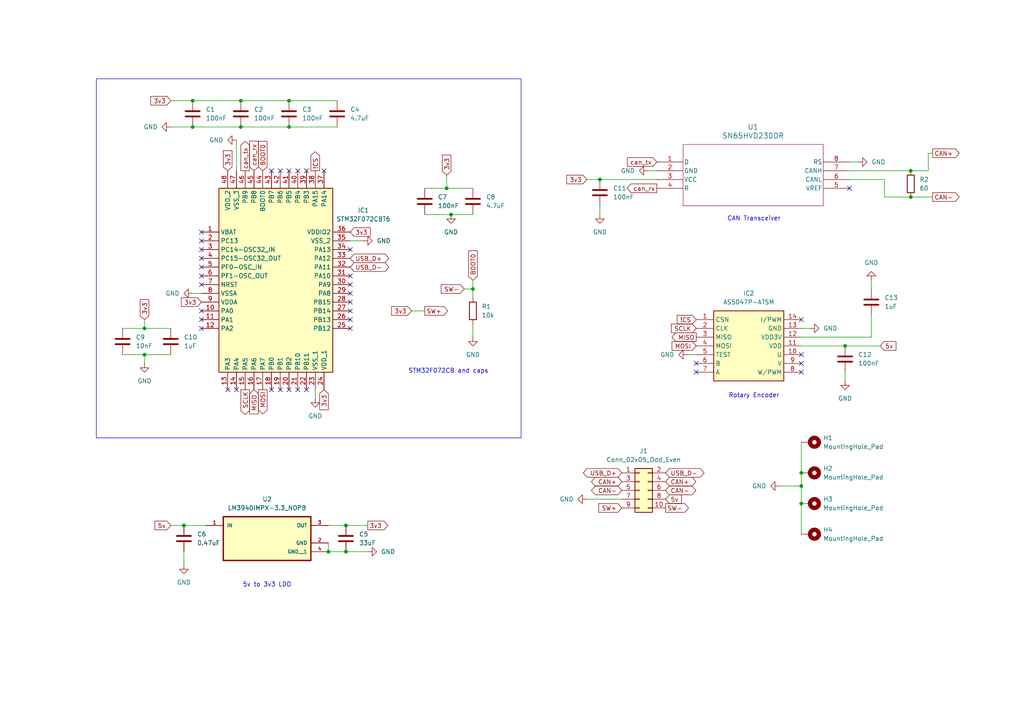
<source format=kicad_sch>
(kicad_sch (version 20250114) (generator "eeschema") (generator_version "9.0")
  (paper "A4")
  (lib_symbols
    (symbol "05-can_encoder:AS5047P-ATSM"
      (property "Reference" "IC" (at 26.67 7.62 0))
      (property "Value" "AS5047P-ATSM" (at 26.67 5.08 0))
      (symbol "AS5047P-ATSM_1_1"
        (rectangle (start 5.08 2.54) (end 25.4 -17.78) (stroke (width 0.254)) (fill (type background)))
        (pin passive line (at 0 0 0) (length 5.08) (name "CSN") (number "1"))
        (pin passive line (at 0 -2.54 0) (length 5.08) (name "CLK") (number "2"))
        (pin passive line (at 0 -5.08 0) (length 5.08) (name "MISO") (number "3"))
        (pin passive line (at 0 -7.62 0) (length 5.08) (name "MOSI") (number "4"))
        (pin passive line (at 0 -10.16 0) (length 5.08) (name "TEST") (number "5"))
        (pin passive line (at 0 -12.7 0) (length 5.08) (name "B") (number "6"))
        (pin passive line (at 0 -15.24 0) (length 5.08) (name "A") (number "7"))
        (pin passive line (at 30.48 0 180) (length 5.08) (name "I/PWM") (number "14"))
        (pin passive line (at 30.48 -2.54 180) (length 5.08) (name "GND") (number "13"))
        (pin passive line (at 30.48 -5.08 180) (length 5.08) (name "VDD3V") (number "12"))
        (pin passive line (at 30.48 -7.62 180) (length 5.08) (name "VDD") (number "11"))
        (pin passive line (at 30.48 -10.16 180) (length 5.08) (name "U") (number "10"))
        (pin passive line (at 30.48 -12.7 180) (length 5.08) (name "V") (number "9"))
        (pin passive line (at 30.48 -15.24 180) (length 5.08) (name "W/PWM") (number "8"))
      )
    )
    (symbol "05-can_encoder:LM3940IMPX-3.3_NOPB" (pin_names (offset 1.016))
      (property "Reference" "U" (at -12.7 6.08 0))
      (property "Value" "LM3940IMPX-3.3_NOPB" (at -12.7 -11.62 0))
      (symbol "LM3940IMPX-3.3_NOPB_0_0"
        (rectangle (start -12.7 -7.62) (end 12.7 5.08) (stroke (width 0.41)) (fill (type background)))
        (pin input line (at -17.78 2.54 0) (length 5.08) (name "IN") (number "1"))
        (pin output line (at 17.78 2.54 180) (length 5.08) (name "OUT") (number "3"))
        (pin power_in line (at 17.78 -2.54 180) (length 5.08) (name "GND") (number "2"))
        (pin power_in line (at 17.78 -5.08 180) (length 5.08) (name "GND__1") (number "4"))
      )
    )
    (symbol "05-can_encoder:SN65HVD230DR" (pin_names (offset 0.254))
      (property "Reference" "U" (at 27.94 10.16 0))
      (property "Value" "SN65HVD230DR" (at 27.94 7.62 0))
      (symbol "SN65HVD230DR_0_1"
        (polyline (pts (xy 7.62 5.08) (xy 7.62 -12.7)) (stroke (width 0.127)))
        (polyline (pts (xy 7.62 -12.7) (xy 48.26 -12.7)) (stroke (width 0.127)))
        (polyline (pts (xy 48.26 5.08) (xy 7.62 5.08)) (stroke (width 0.127)))
        (polyline (pts (xy 48.26 -12.7) (xy 48.26 5.08)) (stroke (width 0.127)))
        (pin input line (at 0 0 0) (length 7.62) (name "D") (number "1"))
        (pin power_in line (at 0 -2.54 0) (length 7.62) (name "GND") (number "2"))
        (pin power_in line (at 0 -5.08 0) (length 7.62) (name "VCC") (number "3"))
        (pin input line (at 0 -7.62 0) (length 7.62) (name "R") (number "4"))
        (pin input line (at 55.88 0 180) (length 7.62) (name "RS") (number "8"))
        (pin output line (at 55.88 -2.54 180) (length 7.62) (name "CANH") (number "7"))
        (pin output line (at 55.88 -5.08 180) (length 7.62) (name "CANL") (number "6"))
        (pin power_in line (at 55.88 -7.62 180) (length 7.62) (name "VREF") (number "5"))
      )
    )
    (symbol "05-can_encoder:STM32F072CBT6"
      (property "Reference" "IC" (at 39.37 17.78 0))
      (property "Value" "STM32F072CBT6" (at 39.37 15.24 0))
      (symbol "STM32F072CBT6_1_1"
        (rectangle (start 5.08 12.7) (end 38.1 -40.64) (stroke (width 0.254)) (fill (type background)))
        (pin passive line (at 0 0 0) (length 5.08) (name "VBAT") (number "1"))
        (pin passive line (at 0 -2.54 0) (length 5.08) (name "PC13") (number "2"))
        (pin passive line (at 0 -5.08 0) (length 5.08) (name "PC14-OSC32_IN") (number "3"))
        (pin passive line (at 0 -7.62 0) (length 5.08) (name "PC15-OSC32_OUT") (number "4"))
        (pin passive line (at 0 -10.16 0) (length 5.08) (name "PF0-OSC_IN") (number "5"))
        (pin passive line (at 0 -12.7 0) (length 5.08) (name "PF1-OSC_OUT") (number "6"))
        (pin passive line (at 0 -15.24 0) (length 5.08) (name "NRST") (number "7"))
        (pin passive line (at 0 -17.78 0) (length 5.08) (name "VSSA") (number "8"))
        (pin passive line (at 0 -20.32 0) (length 5.08) (name "VDDA") (number "9"))
        (pin passive line (at 0 -22.86 0) (length 5.08) (name "PA0") (number "10"))
        (pin passive line (at 0 -25.4 0) (length 5.08) (name "PA1") (number "11"))
        (pin passive line (at 0 -27.94 0) (length 5.08) (name "PA2") (number "12"))
        (pin passive line (at 7.62 17.78 270) (length 5.08) (name "VDD_2") (number "48"))
        (pin passive line (at 7.62 -45.72 90) (length 5.08) (name "PA3") (number "13"))
        (pin passive line (at 10.16 17.78 270) (length 5.08) (name "VSS_3") (number "47"))
        (pin passive line (at 10.16 -45.72 90) (length 5.08) (name "PA4") (number "14"))
        (pin passive line (at 12.7 17.78 270) (length 5.08) (name "PB9") (number "46"))
        (pin passive line (at 12.7 -45.72 90) (length 5.08) (name "PA5") (number "15"))
        (pin passive line (at 15.24 17.78 270) (length 5.08) (name "PB8") (number "45"))
        (pin passive line (at 15.24 -45.72 90) (length 5.08) (name "PA6") (number "16"))
        (pin passive line (at 17.78 17.78 270) (length 5.08) (name "BOOT0") (number "44"))
        (pin passive line (at 17.78 -45.72 90) (length 5.08) (name "PA7") (number "17"))
        (pin passive line (at 20.32 17.78 270) (length 5.08) (name "PB7") (number "43"))
        (pin passive line (at 20.32 -45.72 90) (length 5.08) (name "PB0") (number "18"))
        (pin passive line (at 22.86 17.78 270) (length 5.08) (name "PB6") (number "42"))
        (pin passive line (at 22.86 -45.72 90) (length 5.08) (name "PB1") (number "19"))
        (pin passive line (at 25.4 17.78 270) (length 5.08) (name "PB5") (number "41"))
        (pin passive line (at 25.4 -45.72 90) (length 5.08) (name "PB2") (number "20"))
        (pin passive line (at 27.94 17.78 270) (length 5.08) (name "PB4") (number "40"))
        (pin passive line (at 27.94 -45.72 90) (length 5.08) (name "PB10") (number "21"))
        (pin passive line (at 30.48 17.78 270) (length 5.08) (name "PB3") (number "39"))
        (pin passive line (at 30.48 -45.72 90) (length 5.08) (name "PB11") (number "22"))
        (pin passive line (at 33.02 17.78 270) (length 5.08) (name "PA15") (number "38"))
        (pin passive line (at 33.02 -45.72 90) (length 5.08) (name "VSS_1") (number "23"))
        (pin passive line (at 35.56 17.78 270) (length 5.08) (name "PA14") (number "37"))
        (pin passive line (at 35.56 -45.72 90) (length 5.08) (name "VDD_1") (number "24"))
        (pin passive line (at 43.18 0 180) (length 5.08) (name "VDDIO2") (number "36"))
        (pin passive line (at 43.18 -2.54 180) (length 5.08) (name "VSS_2") (number "35"))
        (pin passive line (at 43.18 -5.08 180) (length 5.08) (name "PA13") (number "34"))
        (pin passive line (at 43.18 -7.62 180) (length 5.08) (name "PA12") (number "33"))
        (pin passive line (at 43.18 -10.16 180) (length 5.08) (name "PA11") (number "32"))
        (pin passive line (at 43.18 -12.7 180) (length 5.08) (name "PA10") (number "31"))
        (pin passive line (at 43.18 -15.24 180) (length 5.08) (name "PA9") (number "30"))
        (pin passive line (at 43.18 -17.78 180) (length 5.08) (name "PA8") (number "29"))
        (pin passive line (at 43.18 -20.32 180) (length 5.08) (name "PB15") (number "28"))
        (pin passive line (at 43.18 -22.86 180) (length 5.08) (name "PB14") (number "27"))
        (pin passive line (at 43.18 -25.4 180) (length 5.08) (name "PB13") (number "26"))
        (pin passive line (at 43.18 -27.94 180) (length 5.08) (name "PB12") (number "25"))
      )
    )
    (symbol "Connector_Generic:Conn_02x05_Odd_Even" (pin_names (offset 1.016) (hide yes))
      (property "Reference" "J" (at 1.27 7.62 0))
      (property "Value" "Conn_02x05_Odd_Even" (at 1.27 -7.62 0))
      (symbol "Conn_02x05_Odd_Even_1_1"
        (rectangle (start -1.27 6.35) (end 3.81 -6.35) (stroke (width 0.254)) (fill (type background)))
        (rectangle (start -1.27 5.207) (end 0 4.953) (stroke (width 0.1524)))
        (rectangle (start -1.27 2.667) (end 0 2.413) (stroke (width 0.1524)))
        (rectangle (start -1.27 0.127) (end 0 -0.127) (stroke (width 0.1524)))
        (rectangle (start -1.27 -2.413) (end 0 -2.667) (stroke (width 0.1524)))
        (rectangle (start -1.27 -4.953) (end 0 -5.207) (stroke (width 0.1524)))
        (rectangle (start 3.81 5.207) (end 2.54 4.953) (stroke (width 0.1524)))
        (rectangle (start 3.81 2.667) (end 2.54 2.413) (stroke (width 0.1524)))
        (rectangle (start 3.81 0.127) (end 2.54 -0.127) (stroke (width 0.1524)))
        (rectangle (start 3.81 -2.413) (end 2.54 -2.667) (stroke (width 0.1524)))
        (rectangle (start 3.81 -4.953) (end 2.54 -5.207) (stroke (width 0.1524)))
        (pin passive line (at -5.08 5.08 0) (length 3.81) (name "Pin_1") (number "1"))
        (pin passive line (at -5.08 2.54 0) (length 3.81) (name "Pin_3") (number "3"))
        (pin passive line (at -5.08 0 0) (length 3.81) (name "Pin_5") (number "5"))
        (pin passive line (at -5.08 -2.54 0) (length 3.81) (name "Pin_7") (number "7"))
        (pin passive line (at -5.08 -5.08 0) (length 3.81) (name "Pin_9") (number "9"))
        (pin passive line (at 7.62 5.08 180) (length 3.81) (name "Pin_2") (number "2"))
        (pin passive line (at 7.62 2.54 180) (length 3.81) (name "Pin_4") (number "4"))
        (pin passive line (at 7.62 0 180) (length 3.81) (name "Pin_6") (number "6"))
        (pin passive line (at 7.62 -2.54 180) (length 3.81) (name "Pin_8") (number "8"))
        (pin passive line (at 7.62 -5.08 180) (length 3.81) (name "Pin_10") (number "10"))
      )
    )
    (symbol "Device:C" (pin_numbers (hide yes)) (pin_names (offset 0.254))
      (property "Reference" "C" (at 0.635 2.54 0))
      (property "Value" "C" (at 0.635 -2.54 0))
      (symbol "C_0_1"
        (polyline (pts (xy -2.032 0.762) (xy 2.032 0.762)) (stroke (width 0.508)))
        (polyline (pts (xy -2.032 -0.762) (xy 2.032 -0.762)) (stroke (width 0.508)))
      )
      (symbol "C_1_1"
        (pin passive line (at 0 3.81 270) (length 2.794) (name "~") (number "1"))
        (pin passive line (at 0 -3.81 90) (length 2.794) (name "~") (number "2"))
      )
    )
    (symbol "Device:R" (pin_numbers (hide yes)) (pin_names (offset 0))
      (property "Reference" "R" (at 2.032 0 90))
      (property "Value" "R" (at 0 0 90))
      (symbol "R_0_1"
        (rectangle (start -1.016 -2.54) (end 1.016 2.54) (stroke (width 0.254)))
      )
      (symbol "R_1_1"
        (pin passive line (at 0 3.81 270) (length 1.27) (name "~") (number "1"))
        (pin passive line (at 0 -3.81 90) (length 1.27) (name "~") (number "2"))
      )
    )
    (symbol "Mechanical:MountingHole_Pad" (pin_numbers (hide yes)) (pin_names (offset 1.016) (hide yes)) (in_bom no)
      (property "Reference" "H" (at 0 6.35 0))
      (property "Value" "MountingHole_Pad" (at 0 4.445 0))
      (symbol "MountingHole_Pad_0_1"
        (circle (center 0 1.27) (radius 1.27) (stroke (width 1.27)))
      )
      (symbol "MountingHole_Pad_1_1"
        (pin input line (at 0 -2.54 90) (length 2.54) (name "1") (number "1"))
      )
    )
    (symbol "power:GND" (power) (pin_numbers (hide yes)) (pin_names (offset 0) (hide yes))
      (property "Value" "GND" (at 0 -3.81 0))
      (symbol "GND_0_1"
        (polyline (pts (xy 0 0) (xy 0 -1.27) (xy 1.27 -1.27) (xy 0 -2.54) (xy -1.27 -1.27) (xy 0 -1.27)))
      )
      (symbol "GND_1_1"
        (pin power_in line (at 0 0 270) (length 0) (name "~") (number "1"))
      )
    )
  )
  (rectangle (start 27.94 22.86) (end 151.13 127))
  (text "5v to 3v3 LDO" (at 77.47 169.672 0) (effects (font (size 1.27 1.27))))
  (text "Rotary Encoder" (at 218.694 114.808 0) (effects (font (size 1.27 1.27))))
  (text "STM32F072CB and caps" (at 130.048 107.696 0) (effects (font (size 1.27 1.27))))
  (text "CAN Transceiver" (at 218.694 63.5 0) (effects (font (size 1.27 1.27))))
  (junction (at 264.16 49.53))
  (junction (at 55.88 29.21))
  (junction (at 53.34 152.4))
  (junction (at 41.91 95.25))
  (junction (at 232.41 137.16))
  (junction (at 264.16 57.15))
  (junction (at 55.88 36.83))
  (junction (at 245.11 100.33))
  (junction (at 95.25 160.02))
  (junction (at 100.33 160.02))
  (junction (at 83.82 36.83))
  (junction (at 41.91 102.87))
  (junction (at 83.82 29.21))
  (junction (at 130.81 62.23))
  (junction (at 69.85 36.83))
  (junction (at 137.16 83.82))
  (junction (at 69.85 29.21))
  (junction (at 232.41 146.05))
  (junction (at 100.33 152.4))
  (junction (at 129.54 54.61))
  (junction (at 232.41 140.97))
  (junction (at 173.99 52.07))
  (no_connect (at 88.9 113.03))
  (no_connect (at 232.41 92.71))
  (no_connect (at 101.6 90.17))
  (no_connect (at 246.38 54.61))
  (no_connect (at 101.6 92.71))
  (no_connect (at 81.28 113.03))
  (no_connect (at 58.42 90.17))
  (no_connect (at 58.42 77.47))
  (no_connect (at 101.6 85.09))
  (no_connect (at 58.42 69.85))
  (no_connect (at 232.41 102.87))
  (no_connect (at 81.28 49.53))
  (no_connect (at 86.36 113.03))
  (no_connect (at 78.74 113.03))
  (no_connect (at 201.93 107.95))
  (no_connect (at 58.42 72.39))
  (no_connect (at 58.42 74.93))
  (no_connect (at 83.82 113.03))
  (no_connect (at 101.6 80.01))
  (no_connect (at 232.41 105.41))
  (no_connect (at 201.93 105.41))
  (no_connect (at 232.41 107.95))
  (no_connect (at 88.9 49.53))
  (no_connect (at 68.58 113.03))
  (no_connect (at 58.42 80.01))
  (no_connect (at 66.04 113.03))
  (no_connect (at 58.42 67.31))
  (no_connect (at 101.6 82.55))
  (no_connect (at 83.82 49.53))
  (no_connect (at 101.6 87.63))
  (no_connect (at 101.6 95.25))
  (no_connect (at 86.36 49.53))
  (no_connect (at 101.6 72.39))
  (no_connect (at 78.74 49.53))
  (no_connect (at 93.98 49.53))
  (no_connect (at 58.42 82.55))
  (no_connect (at 58.42 92.71))
  (no_connect (at 58.42 95.25))
  (wire (pts (xy 100.33 152.4) (xy 106.68 152.4)))
  (wire (pts (xy 123.19 54.61) (xy 129.54 54.61)))
  (wire (pts (xy 41.91 95.25) (xy 49.53 95.25)))
  (wire (pts (xy 232.41 95.25) (xy 234.95 95.25)))
  (wire (pts (xy 49.53 152.4) (xy 53.34 152.4)))
  (wire (pts (xy 41.91 92.71) (xy 41.91 95.25)))
  (wire (pts (xy 256.54 52.07) (xy 246.38 52.07)))
  (wire (pts (xy 130.81 62.23) (xy 137.16 62.23)))
  (wire (pts (xy 100.33 160.02) (xy 106.68 160.02)))
  (wire (pts (xy 119.38 90.17) (xy 123.19 90.17)))
  (wire (pts (xy 41.91 102.87) (xy 49.53 102.87)))
  (wire (pts (xy 269.24 44.45) (xy 269.24 49.53)))
  (wire (pts (xy 270.51 44.45) (xy 269.24 44.45)))
  (wire (pts (xy 187.96 49.53) (xy 190.5 49.53)))
  (wire (pts (xy 264.16 49.53) (xy 246.38 49.53)))
  (wire (pts (xy 69.85 36.83) (xy 83.82 36.83)))
  (wire (pts (xy 256.54 57.15) (xy 256.54 52.07)))
  (wire (pts (xy 137.16 93.98) (xy 137.16 97.79)))
  (wire (pts (xy 95.25 152.4) (xy 100.33 152.4)))
  (wire (pts (xy 264.16 57.15) (xy 256.54 57.15)))
  (wire (pts (xy 226.06 140.97) (xy 232.41 140.97)))
  (wire (pts (xy 95.25 160.02) (xy 100.33 160.02)))
  (wire (pts (xy 35.56 102.87) (xy 41.91 102.87)))
  (wire (pts (xy 232.41 140.97) (xy 232.41 146.05)))
  (wire (pts (xy 255.27 100.33) (xy 245.11 100.33)))
  (wire (pts (xy 170.18 52.07) (xy 173.99 52.07)))
  (wire (pts (xy 269.24 49.53) (xy 264.16 49.53)))
  (wire (pts (xy 252.73 83.82) (xy 252.73 81.28)))
  (wire (pts (xy 170.18 144.78) (xy 180.34 144.78)))
  (wire (pts (xy 35.56 95.25) (xy 41.91 95.25)))
  (wire (pts (xy 232.41 137.16) (xy 232.41 140.97)))
  (wire (pts (xy 68.58 40.64) (xy 68.58 49.53)))
  (wire (pts (xy 123.19 62.23) (xy 130.81 62.23)))
  (wire (pts (xy 101.6 69.85) (xy 105.41 69.85)))
  (wire (pts (xy 55.88 29.21) (xy 69.85 29.21)))
  (wire (pts (xy 245.11 107.95) (xy 245.11 110.49)))
  (wire (pts (xy 137.16 81.28) (xy 137.16 83.82)))
  (wire (pts (xy 95.25 157.48) (xy 95.25 160.02)))
  (wire (pts (xy 129.54 50.8) (xy 129.54 54.61)))
  (wire (pts (xy 91.44 113.03) (xy 91.44 115.57)))
  (wire (pts (xy 49.53 36.83) (xy 55.88 36.83)))
  (wire (pts (xy 245.11 100.33) (xy 232.41 100.33)))
  (wire (pts (xy 248.92 46.99) (xy 246.38 46.99)))
  (wire (pts (xy 129.54 54.61) (xy 137.16 54.61)))
  (wire (pts (xy 173.99 59.69) (xy 173.99 62.23)))
  (wire (pts (xy 53.34 160.02) (xy 53.34 163.83)))
  (wire (pts (xy 252.73 91.44) (xy 252.73 97.79)))
  (wire (pts (xy 83.82 29.21) (xy 97.79 29.21)))
  (wire (pts (xy 69.85 29.21) (xy 83.82 29.21)))
  (wire (pts (xy 134.62 83.82) (xy 137.16 83.82)))
  (wire (pts (xy 232.41 128.27) (xy 232.41 137.16)))
  (wire (pts (xy 49.53 29.21) (xy 55.88 29.21)))
  (wire (pts (xy 232.41 146.05) (xy 232.41 154.94)))
  (wire (pts (xy 137.16 83.82) (xy 137.16 86.36)))
  (wire (pts (xy 201.93 102.87) (xy 199.39 102.87)))
  (wire (pts (xy 173.99 52.07) (xy 190.5 52.07)))
  (wire (pts (xy 55.88 85.09) (xy 58.42 85.09)))
  (wire (pts (xy 270.51 57.15) (xy 264.16 57.15)))
  (wire (pts (xy 55.88 36.83) (xy 69.85 36.83)))
  (wire (pts (xy 53.34 152.4) (xy 59.69 152.4)))
  (wire (pts (xy 41.91 102.87) (xy 41.91 105.41)))
  (wire (pts (xy 83.82 36.83) (xy 97.79 36.83)))
  (wire (pts (xy 232.41 97.79) (xy 252.73 97.79)))
  (global_label "SW-" (shape input) (at 134.62 83.82 180) (property "Intersheetrefs" "${INTERSHEET_REFS}" (effects (hide yes))))
  (global_label "SW-" (shape output) (at 193.04 147.32 0) (property "Intersheetrefs" "${INTERSHEET_REFS}" (effects (hide yes))))
  (global_label "USB_D+" (shape bidirectional) (at 180.34 137.16 180) (property "Intersheetrefs" "${INTERSHEET_REFS}" (effects (hide yes))))
  (global_label "CAN-" (shape output) (at 270.51 57.15 0) (property "Intersheetrefs" "${INTERSHEET_REFS}" (effects (hide yes))))
  (global_label "MOSI" (shape output) (at 76.2 113.03 270) (property "Intersheetrefs" "${INTERSHEET_REFS}" (effects (hide yes))))
  (global_label "USB_D-" (shape bidirectional) (at 193.04 137.16 0) (property "Intersheetrefs" "${INTERSHEET_REFS}" (effects (hide yes))))
  (global_label "3v3" (shape input) (at 58.42 87.63 180) (property "Intersheetrefs" "${INTERSHEET_REFS}" (effects (hide yes))))
  (global_label "3v3" (shape input) (at 119.38 90.17 180) (property "Intersheetrefs" "${INTERSHEET_REFS}" (effects (hide yes))))
  (global_label "BOOT0" (shape input) (at 137.16 81.28 90) (property "Intersheetrefs" "${INTERSHEET_REFS}" (effects (hide yes))))
  (global_label "CAN+" (shape output) (at 270.51 44.45 0) (property "Intersheetrefs" "${INTERSHEET_REFS}" (effects (hide yes))))
  (global_label "5v" (shape input) (at 255.27 100.33 0) (property "Intersheetrefs" "${INTERSHEET_REFS}" (effects (hide yes))))
  (global_label "3v3" (shape input) (at 129.54 50.8 90) (property "Intersheetrefs" "${INTERSHEET_REFS}" (effects (hide yes))))
  (global_label "!CS" (shape input) (at 201.93 92.71 180) (property "Intersheetrefs" "${INTERSHEET_REFS}" (effects (hide yes))))
  (global_label "SW+" (shape output) (at 123.19 90.17 0) (property "Intersheetrefs" "${INTERSHEET_REFS}" (effects (hide yes))))
  (global_label "3v3" (shape input) (at 49.53 29.21 180) (property "Intersheetrefs" "${INTERSHEET_REFS}" (effects (hide yes))))
  (global_label "USB_D+" (shape bidirectional) (at 101.6 74.93 0) (property "Intersheetrefs" "${INTERSHEET_REFS}" (effects (hide yes))))
  (global_label "CAN+" (shape bidirectional) (at 180.34 139.7 180) (property "Intersheetrefs" "${INTERSHEET_REFS}" (effects (hide yes))))
  (global_label "CAN-" (shape bidirectional) (at 180.34 142.24 180) (property "Intersheetrefs" "${INTERSHEET_REFS}" (effects (hide yes))))
  (global_label "CAN-" (shape bidirectional) (at 193.04 142.24 0) (property "Intersheetrefs" "${INTERSHEET_REFS}" (effects (hide yes))))
  (global_label "3v3" (shape output) (at 106.68 152.4 0) (property "Intersheetrefs" "${INTERSHEET_REFS}" (effects (hide yes))))
  (global_label "can_rx" (shape output) (at 190.5 54.61 180) (property "Intersheetrefs" "${INTERSHEET_REFS}" (effects (hide yes))))
  (global_label "3v3" (shape input) (at 101.6 67.31 0) (property "Intersheetrefs" "${INTERSHEET_REFS}" (effects (hide yes))))
  (global_label "5v" (shape input) (at 193.04 144.78 0) (property "Intersheetrefs" "${INTERSHEET_REFS}" (effects (hide yes))))
  (global_label "can_rx" (shape input) (at 73.66 49.53 90) (property "Intersheetrefs" "${INTERSHEET_REFS}" (effects (hide yes))))
  (global_label "can_tx" (shape output) (at 71.12 49.53 90) (property "Intersheetrefs" "${INTERSHEET_REFS}" (effects (hide yes))))
  (global_label "3v3" (shape input) (at 66.04 49.53 90) (property "Intersheetrefs" "${INTERSHEET_REFS}" (effects (hide yes))))
  (global_label "SW+" (shape input) (at 180.34 147.32 180) (property "Intersheetrefs" "${INTERSHEET_REFS}" (effects (hide yes))))
  (global_label "MISO" (shape input) (at 73.66 113.03 270) (property "Intersheetrefs" "${INTERSHEET_REFS}" (effects (hide yes))))
  (global_label "can_tx" (shape input) (at 190.5 46.99 180) (property "Intersheetrefs" "${INTERSHEET_REFS}" (effects (hide yes))))
  (global_label "SCLK" (shape output) (at 71.12 113.03 270) (property "Intersheetrefs" "${INTERSHEET_REFS}" (effects (hide yes))))
  (global_label "BOOT0" (shape input) (at 76.2 49.53 90) (property "Intersheetrefs" "${INTERSHEET_REFS}" (effects (hide yes))))
  (global_label "5v" (shape input) (at 49.53 152.4 180) (property "Intersheetrefs" "${INTERSHEET_REFS}" (effects (hide yes))))
  (global_label "3v3" (shape input) (at 170.18 52.07 180) (property "Intersheetrefs" "${INTERSHEET_REFS}" (effects (hide yes))))
  (global_label "USB_D-" (shape bidirectional) (at 101.6 77.47 0) (property "Intersheetrefs" "${INTERSHEET_REFS}" (effects (hide yes))))
  (global_label "CAN+" (shape bidirectional) (at 193.04 139.7 0) (property "Intersheetrefs" "${INTERSHEET_REFS}" (effects (hide yes))))
  (global_label "MOSI" (shape input) (at 201.93 100.33 180) (property "Intersheetrefs" "${INTERSHEET_REFS}" (effects (hide yes))))
  (global_label "MISO" (shape output) (at 201.93 97.79 180) (property "Intersheetrefs" "${INTERSHEET_REFS}" (effects (hide yes))))
  (global_label "3v3" (shape input) (at 41.91 92.71 90) (property "Intersheetrefs" "${INTERSHEET_REFS}" (effects (hide yes))))
  (global_label "!CS" (shape output) (at 91.44 49.53 90) (property "Intersheetrefs" "${INTERSHEET_REFS}" (effects (hide yes))))
  (global_label "SCLK" (shape input) (at 201.93 95.25 180) (property "Intersheetrefs" "${INTERSHEET_REFS}" (effects (hide yes))))
  (global_label "3v3" (shape input) (at 93.98 113.03 270) (property "Intersheetrefs" "${INTERSHEET_REFS}" (effects (hide yes))))
  (symbol (lib_id "power:GND") (at 137.16 97.79 0) (unit 1)
    (property "Reference" "#PWR019" (effects (hide yes)))
    (property "Value" "GND" (at 137.16 102.87 0))
    (property "Description" "Power symbol creates a global label with name \"GND\" , ground" (effects (hide yes)))
  )
  (symbol (lib_id "Device:C") (at 173.99 55.88 0) (unit 1)
    (property "Reference" "C11" (at 177.8 54.6099 0) (effects (justify left)))
    (property "Value" "100nF" (at 177.8 57.1499 0) (effects (justify left)))
    (property "Footprint" "Capacitor_SMD:C_0603_1608Metric" (effects (hide yes)))
    (property "Description" "Unpolarized capacitor" (effects (hide yes)))
  )
  (symbol (lib_id "Device:C") (at 69.85 33.02 0) (unit 1)
    (property "Reference" "C2" (at 73.66 31.7499 0) (effects (justify left)))
    (property "Value" "100nF" (at 73.66 34.2899 0) (effects (justify left)))
    (property "Footprint" "Capacitor_SMD:C_0603_1608Metric" (effects (hide yes)))
    (property "Description" "Unpolarized capacitor" (effects (hide yes)))
  )
  (symbol (lib_id "Device:R") (at 264.16 53.34 0) (unit 1)
    (property "Reference" "R2" (at 266.7 52.0699 0) (effects (justify left)))
    (property "Value" "60" (at 266.7 54.6099 0) (effects (justify left)))
    (property "Footprint" "Resistor_SMD:R_0603_1608Metric" (effects (hide yes)))
    (property "Description" "Resistor" (effects (hide yes)))
  )
  (symbol (lib_id "Device:C") (at 252.73 87.63 180) (unit 1)
    (property "Reference" "C13" (at 256.54 86.3599 0) (effects (justify right)))
    (property "Value" "1uF" (at 256.54 88.8999 0) (effects (justify right)))
    (property "Footprint" "Capacitor_SMD:C_0603_1608Metric" (effects (hide yes)))
    (property "Description" "Unpolarized capacitor" (effects (hide yes)))
  )
  (symbol (lib_id "power:GND") (at 226.06 140.97 270) (unit 1)
    (property "Reference" "#PWR011" (effects (hide yes)))
    (property "Value" "GND" (at 222.25 140.9699 90) (effects (justify right)))
    (property "Description" "Power symbol creates a global label with name \"GND\" , ground" (effects (hide yes)))
  )
  (symbol (lib_id "power:GND") (at 91.44 115.57 0) (unit 1)
    (property "Reference" "#PWR06" (effects (hide yes)))
    (property "Value" "GND" (at 91.44 120.65 0))
    (property "Description" "Power symbol creates a global label with name \"GND\" , ground" (effects (hide yes)))
  )
  (symbol (lib_id "Connector_Generic:Conn_02x05_Odd_Even") (at 185.42 142.24 0) (unit 1)
    (property "Reference" "J1" (at 186.69 130.81 0))
    (property "Value" "Conn_02x05_Odd_Even" (at 186.69 133.35 0))
    (property "Footprint" "Connector_PinHeader_2.54mm:PinHeader_2x05_P2.54mm_Vertical" (effects (hide yes)))
    (property "Description" "Generic connector, double row, 02x05, odd/even pin numbering scheme (row 1 odd numbers, row 2 even numbers), script generated (kicad-library-utils/schlib/autogen/connector/)" (effects (hide yes)))
  )
  (symbol (lib_id "power:GND") (at 49.53 36.83 270) (unit 1)
    (property "Reference" "#PWR09" (effects (hide yes)))
    (property "Value" "GND" (at 45.72 36.8299 90) (effects (justify right)))
    (property "Description" "Power symbol creates a global label with name \"GND\" , ground" (effects (hide yes)))
  )
  (symbol (lib_id "power:GND") (at 248.92 46.99 90) (unit 1)
    (property "Reference" "#PWR07" (effects (hide yes)))
    (property "Value" "GND" (at 252.73 46.9899 90) (effects (justify right)))
    (property "Description" "Power symbol creates a global label with name \"GND\" , ground" (effects (hide yes)))
  )
  (symbol (lib_id "power:GND") (at 41.91 105.41 0) (unit 1)
    (property "Reference" "#PWR014" (effects (hide yes)))
    (property "Value" "GND" (at 41.91 110.49 0))
    (property "Description" "Power symbol creates a global label with name \"GND\" , ground" (effects (hide yes)))
  )
  (symbol (lib_id "Device:C") (at 55.88 33.02 0) (unit 1)
    (property "Reference" "C1" (at 59.69 31.7499 0) (effects (justify left)))
    (property "Value" "100nF" (at 59.69 34.2899 0) (effects (justify left)))
    (property "Footprint" "Capacitor_SMD:C_0603_1608Metric" (effects (hide yes)))
    (property "Description" "Unpolarized capacitor" (effects (hide yes)))
  )
  (symbol (lib_id "Mechanical:MountingHole_Pad") (at 234.95 146.05 270) (unit 1) (in_bom no)
    (property "Reference" "H3" (at 238.76 144.7799 90) (effects (justify left)))
    (property "Value" "MountingHole_Pad" (at 238.76 147.3199 90) (effects (justify left)))
    (property "Footprint" "MountingHole:MountingHole_2.2mm_M2_DIN965_Pad" (effects (hide yes)))
    (property "Description" "Mounting Hole with connection" (effects (hide yes)))
  )
  (symbol (lib_id "power:GND") (at 173.99 62.23 0) (unit 1)
    (property "Reference" "#PWR015" (effects (hide yes)))
    (property "Value" "GND" (at 173.99 67.31 0))
    (property "Description" "Power symbol creates a global label with name \"GND\" , ground" (effects (hide yes)))
  )
  (symbol (lib_id "Device:C") (at 35.56 99.06 0) (unit 1)
    (property "Reference" "C9" (at 39.37 97.7899 0) (effects (justify left)))
    (property "Value" "10nF" (at 39.37 100.3299 0) (effects (justify left)))
    (property "Footprint" "Capacitor_SMD:C_0603_1608Metric" (effects (hide yes)))
    (property "Description" "Unpolarized capacitor" (effects (hide yes)))
  )
  (symbol (lib_id "power:GND") (at 53.34 163.83 0) (unit 1)
    (property "Reference" "#PWR012" (effects (hide yes)))
    (property "Value" "GND" (at 53.34 168.91 0))
    (property "Description" "Power symbol creates a global label with name \"GND\" , ground" (effects (hide yes)))
  )
  (symbol (lib_id "Device:R") (at 137.16 90.17 0) (unit 1)
    (property "Reference" "R1" (at 139.7 88.8999 0) (effects (justify left)))
    (property "Value" "10k" (at 139.7 91.4399 0) (effects (justify left)))
    (property "Footprint" "Resistor_SMD:R_0603_1608Metric" (effects (hide yes)))
    (property "Description" "Resistor" (effects (hide yes)))
  )
  (symbol (lib_id "power:GND") (at 199.39 102.87 270) (unit 1)
    (property "Reference" "#PWR02" (effects (hide yes)))
    (property "Value" "GND" (at 195.58 102.8701 90) (effects (justify right)))
    (property "Description" "Power symbol creates a global label with name \"GND\" , ground" (effects (hide yes)))
  )
  (symbol (lib_id "Device:C") (at 245.11 104.14 0) (unit 1)
    (property "Reference" "C12" (at 248.92 102.8699 0) (effects (justify left)))
    (property "Value" "100nF" (at 248.92 105.4099 0) (effects (justify left)))
    (property "Footprint" "Capacitor_SMD:C_0603_1608Metric" (effects (hide yes)))
    (property "Description" "Unpolarized capacitor" (effects (hide yes)))
  )
  (symbol (lib_id "power:GND") (at 187.96 49.53 270) (unit 1)
    (property "Reference" "#PWR08" (effects (hide yes)))
    (property "Value" "GND" (at 184.15 49.5299 90) (effects (justify right)))
    (property "Description" "Power symbol creates a global label with name \"GND\" , ground" (effects (hide yes)))
  )
  (symbol (lib_id "Device:C") (at 97.79 33.02 0) (unit 1)
    (property "Reference" "C4" (at 101.6 31.7499 0) (effects (justify left)))
    (property "Value" "4.7uF" (at 101.6 34.2899 0) (effects (justify left)))
    (property "Footprint" "Capacitor_SMD:C_0603_1608Metric" (effects (hide yes)))
    (property "Description" "Unpolarized capacitor" (effects (hide yes)))
  )
  (symbol (lib_id "Device:C") (at 83.82 33.02 0) (unit 1)
    (property "Reference" "C3" (at 87.63 31.7499 0) (effects (justify left)))
    (property "Value" "100nF" (at 87.63 34.2899 0) (effects (justify left)))
    (property "Footprint" "Capacitor_SMD:C_0603_1608Metric" (effects (hide yes)))
    (property "Description" "Unpolarized capacitor" (effects (hide yes)))
  )
  (symbol (lib_id "power:GND") (at 170.18 144.78 270) (unit 1)
    (property "Reference" "#PWR018" (effects (hide yes)))
    (property "Value" "GND" (at 166.37 144.7799 90) (effects (justify right)))
    (property "Description" "Power symbol creates a global label with name \"GND\" , ground" (effects (hide yes)))
  )
  (symbol (lib_id "Mechanical:MountingHole_Pad") (at 234.95 137.16 270) (unit 1) (in_bom no)
    (property "Reference" "H2" (at 238.76 135.8899 90) (effects (justify left)))
    (property "Value" "MountingHole_Pad" (at 238.76 138.4299 90) (effects (justify left)))
    (property "Footprint" "MountingHole:MountingHole_2.2mm_M2_DIN965_Pad" (effects (hide yes)))
    (property "Description" "Mounting Hole with connection" (effects (hide yes)))
  )
  (symbol (lib_id "Mechanical:MountingHole_Pad") (at 234.95 154.94 270) (unit 1) (in_bom no)
    (property "Reference" "H4" (at 238.76 153.6699 90) (effects (justify left)))
    (property "Value" "MountingHole_Pad" (at 238.76 156.2099 90) (effects (justify left)))
    (property "Footprint" "MountingHole:MountingHole_2.2mm_M2_DIN965_Pad" (effects (hide yes)))
    (property "Description" "Mounting Hole with connection" (effects (hide yes)))
  )
  (symbol (lib_id "05-can_encoder:STM32F072CBT6") (at 58.42 67.31 0) (unit 1)
    (property "Reference" "IC1" (at 105.41 60.9914 0))
    (property "Value" "STM32F072CBT6" (at 105.41 63.5314 0))
    (property "Footprint" "can_encoder:STM32F072CBT6" (effects (hide yes)))
    (property "Datasheet" "https://www.st.com/resource/en/datasheet/stm32f072c8.pdf" (effects (hide yes)))
    (property "Description" "Arm-based 32-bit MCU, up to 128 KB Flash, crystal-less USB FS 2.0, CAN, 12 timers, ADC, DAC & comm. interfaces, 2.0 - 3.6 V" (effects (hide yes)))
    (property "Height" "1.6" (effects (hide yes)))
    (property "Mouser Part Number" "511-STM32F072CBT6" (effects (hide yes)))
    (property "Mouser Price/Stock" "https://www.mouser.co.uk/ProductDetail/STMicroelectronics/STM32F072CBT6?qs=xf9JV0PLFEfBqXx8wKtR8A%3D%3D" (effects (hide yes)))
    (property "Manufacturer_Name" "STMicroelectronics" (effects (hide yes)))
    (property "Manufacturer_Part_Number" "STM32F072CBT6" (effects (hide yes)))
  )
  (symbol (lib_id "Device:C") (at 53.34 156.21 0) (unit 1)
    (property "Reference" "C6" (at 57.15 154.9399 0) (effects (justify left)))
    (property "Value" "0.47uF" (at 57.15 157.4799 0) (effects (justify left)))
    (property "Footprint" "Capacitor_SMD:C_0603_1608Metric" (effects (hide yes)))
    (property "Description" "Unpolarized capacitor" (effects (hide yes)))
  )
  (symbol (lib_id "Device:C") (at 123.19 58.42 0) (unit 1)
    (property "Reference" "C7" (at 127 57.1499 0) (effects (justify left)))
    (property "Value" "100nF" (at 127 59.6899 0) (effects (justify left)))
    (property "Footprint" "Capacitor_SMD:C_0603_1608Metric" (effects (hide yes)))
    (property "Description" "Unpolarized capacitor" (effects (hide yes)))
  )
  (symbol (lib_id "power:GND") (at 105.41 69.85 90) (unit 1)
    (property "Reference" "#PWR03" (effects (hide yes)))
    (property "Value" "GND" (at 109.22 69.8499 90) (effects (justify right)))
    (property "Description" "Power symbol creates a global label with name \"GND\" , ground" (effects (hide yes)))
  )
  (symbol (lib_id "05-can_encoder:AS5047P-ATSM") (at 201.93 92.71 0) (unit 1)
    (property "Reference" "IC2" (at 217.17 85.09 0))
    (property "Value" "AS5047P-ATSM" (at 217.17 87.63 0))
    (property "Footprint" "can_encoder:AS5047P-ATSM" (effects (hide yes)))
    (property "Datasheet" "https://datasheet.datasheetarchive.com/originals/distributors/DKDS-7/120640.pdf" (effects (hide yes)))
    (property "Description" "Board Mount Hall Effect / Magnetic Sensors 14 bit core res Up to 28krpm" (effects (hide yes)))
    (property "Height" "1.2" (effects (hide yes)))
    (property "Mouser Part Number" "985-AS5047P-ATSM" (effects (hide yes)))
    (property "Mouser Price/Stock" "https://www.mouser.co.uk/ProductDetail/ams-OSRAM/AS5047P-ATSM?qs=cGEy3R83DS8fzNOVLHtOgg%3D%3D" (effects (hide yes)))
    (property "Manufacturer_Name" "ams OSRAM" (effects (hide yes)))
    (property "Manufacturer_Part_Number" "AS5047P-ATSM" (effects (hide yes)))
  )
  (symbol (lib_id "power:GND") (at 252.73 81.28 180) (unit 1)
    (property "Reference" "#PWR017" (effects (hide yes)))
    (property "Value" "GND" (at 252.73 76.2 0))
    (property "Description" "Power symbol creates a global label with name \"GND\" , ground" (effects (hide yes)))
  )
  (symbol (lib_id "Device:C") (at 100.33 156.21 0) (unit 1)
    (property "Reference" "C5" (at 104.14 154.9399 0) (effects (justify left)))
    (property "Value" "33uF" (at 104.14 157.4799 0) (effects (justify left)))
    (property "Footprint" "Capacitor_SMD:C_0603_1608Metric" (effects (hide yes)))
    (property "Description" "Unpolarized capacitor" (effects (hide yes)))
  )
  (symbol (lib_id "power:GND") (at 245.11 110.49 0) (unit 1)
    (property "Reference" "#PWR016" (effects (hide yes)))
    (property "Value" "GND" (at 245.11 115.57 0))
    (property "Description" "Power symbol creates a global label with name \"GND\" , ground" (effects (hide yes)))
  )
  (symbol (lib_id "Device:C") (at 49.53 99.06 0) (unit 1)
    (property "Reference" "C10" (at 53.34 97.7899 0) (effects (justify left)))
    (property "Value" "1uF" (at 53.34 100.3299 0) (effects (justify left)))
    (property "Footprint" "Capacitor_SMD:C_0603_1608Metric" (effects (hide yes)))
    (property "Description" "Unpolarized capacitor" (effects (hide yes)))
  )
  (symbol (lib_id "power:GND") (at 106.68 160.02 90) (unit 1)
    (property "Reference" "#PWR010" (effects (hide yes)))
    (property "Value" "GND" (at 110.49 160.0199 90) (effects (justify right)))
    (property "Description" "Power symbol creates a global label with name \"GND\" , ground" (effects (hide yes)))
  )
  (symbol (lib_id "power:GND") (at 68.58 40.64 270) (unit 1)
    (property "Reference" "#PWR04" (effects (hide yes)))
    (property "Value" "GND" (at 64.77 40.6399 90) (effects (justify right)))
    (property "Description" "Power symbol creates a global label with name \"GND\" , ground" (effects (hide yes)))
  )
  (symbol (lib_id "power:GND") (at 130.81 62.23 0) (unit 1)
    (property "Reference" "#PWR013" (effects (hide yes)))
    (property "Value" "GND" (at 130.81 67.31 0))
    (property "Description" "Power symbol creates a global label with name \"GND\" , ground" (effects (hide yes)))
  )
  (symbol (lib_id "Device:C") (at 137.16 58.42 0) (unit 1)
    (property "Reference" "C8" (at 140.97 57.1499 0) (effects (justify left)))
    (property "Value" "4.7uF" (at 140.97 59.6899 0) (effects (justify left)))
    (property "Footprint" "Capacitor_SMD:C_0603_1608Metric" (effects (hide yes)))
    (property "Description" "Unpolarized capacitor" (effects (hide yes)))
  )
  (symbol (lib_id "05-can_encoder:SN65HVD230DR") (at 190.5 46.99 0) (unit 1)
    (property "Reference" "U1" (at 218.44 36.83 0) (effects (font (size 1.524 1.524))))
    (property "Value" "SN65HVD230DR" (at 218.44 39.37 0) (effects (font (size 1.524 1.524))))
    (property "Footprint" "can_encoder:SN65HVD230DR" (effects (hide yes)))
    (property "Datasheet" "https://www.ti.com/lit/gpn/sn65hvd230" (effects (hide yes)))
  )
  (symbol (lib_id "Mechanical:MountingHole_Pad") (at 234.95 128.27 270) (unit 1) (in_bom no)
    (property "Reference" "H1" (at 238.76 126.9999 90) (effects (justify left)))
    (property "Value" "MountingHole_Pad" (at 238.76 129.5399 90) (effects (justify left)))
    (property "Footprint" "MountingHole:MountingHole_2.2mm_M2_DIN965_Pad" (effects (hide yes)))
    (property "Description" "Mounting Hole with connection" (effects (hide yes)))
  )
  (symbol (lib_id "power:GND") (at 55.88 85.09 270) (unit 1)
    (property "Reference" "#PWR05" (effects (hide yes)))
    (property "Value" "GND" (at 52.07 85.0899 90) (effects (justify right)))
    (property "Description" "Power symbol creates a global label with name \"GND\" , ground" (effects (hide yes)))
  )
  (symbol (lib_id "05-can_encoder:LM3940IMPX-3.3_NOPB") (at 77.47 154.94 0) (unit 1)
    (property "Reference" "U2" (at 77.47 144.78 0))
    (property "Value" "LM3940IMPX-3.3_NOPB" (at 77.47 147.32 0))
    (property "Footprint" "can_encoder:LM3940IMPX" (effects (hide yes)))
  )
  (symbol (lib_id "power:GND") (at 234.95 95.25 90) (unit 1)
    (property "Reference" "#PWR1" (effects (hide yes)))
    (property "Value" "GND" (at 238.76 95.2499 90) (effects (justify right)))
    (property "Description" "Power symbol creates a global label with name \"GND\" , ground" (effects (hide yes)))
  )
)
</source>
